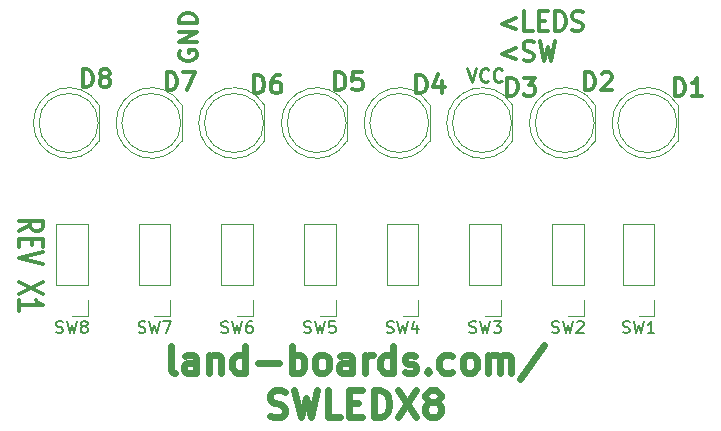
<source format=gbr>
G04 #@! TF.FileFunction,Legend,Top*
%FSLAX46Y46*%
G04 Gerber Fmt 4.6, Leading zero omitted, Abs format (unit mm)*
G04 Created by KiCad (PCBNEW (after 2015-mar-04 BZR unknown)-product) date 5/15/2017 1:40:31 PM*
%MOMM*%
G01*
G04 APERTURE LIST*
%ADD10C,0.150000*%
%ADD11C,0.285750*%
%ADD12C,0.304800*%
%ADD13C,0.571500*%
%ADD14C,0.120000*%
G04 APERTURE END LIST*
D10*
D11*
X49476000Y-17374071D02*
X49857000Y-18517071D01*
X50238000Y-17374071D01*
X51272143Y-18408214D02*
X51217714Y-18462643D01*
X51054428Y-18517071D01*
X50945571Y-18517071D01*
X50782286Y-18462643D01*
X50673428Y-18353786D01*
X50619000Y-18244929D01*
X50564571Y-18027214D01*
X50564571Y-17863929D01*
X50619000Y-17646214D01*
X50673428Y-17537357D01*
X50782286Y-17428500D01*
X50945571Y-17374071D01*
X51054428Y-17374071D01*
X51217714Y-17428500D01*
X51272143Y-17482929D01*
X52415143Y-18408214D02*
X52360714Y-18462643D01*
X52197428Y-18517071D01*
X52088571Y-18517071D01*
X51925286Y-18462643D01*
X51816428Y-18353786D01*
X51762000Y-18244929D01*
X51707571Y-18027214D01*
X51707571Y-17863929D01*
X51762000Y-17646214D01*
X51816428Y-17537357D01*
X51925286Y-17428500D01*
X52088571Y-17374071D01*
X52197428Y-17374071D01*
X52360714Y-17428500D01*
X52415143Y-17482929D01*
D12*
X53594000Y-15648214D02*
X52432857Y-16119929D01*
X53594000Y-16591643D01*
X54247143Y-16670262D02*
X54464857Y-16748881D01*
X54827714Y-16748881D01*
X54972857Y-16670262D01*
X55045428Y-16591643D01*
X55118000Y-16434405D01*
X55118000Y-16277167D01*
X55045428Y-16119929D01*
X54972857Y-16041310D01*
X54827714Y-15962690D01*
X54537428Y-15884071D01*
X54392286Y-15805452D01*
X54319714Y-15726833D01*
X54247143Y-15569595D01*
X54247143Y-15412357D01*
X54319714Y-15255119D01*
X54392286Y-15176500D01*
X54537428Y-15097881D01*
X54900286Y-15097881D01*
X55118000Y-15176500D01*
X55626000Y-15097881D02*
X55988857Y-16748881D01*
X56279143Y-15569595D01*
X56569429Y-16748881D01*
X56932286Y-15097881D01*
X53594000Y-13108214D02*
X52432857Y-13579929D01*
X53594000Y-14051643D01*
X55045428Y-14208881D02*
X54319714Y-14208881D01*
X54319714Y-12557881D01*
X55553428Y-13344071D02*
X56061428Y-13344071D01*
X56279142Y-14208881D02*
X55553428Y-14208881D01*
X55553428Y-12557881D01*
X56279142Y-12557881D01*
X56932285Y-14208881D02*
X56932285Y-12557881D01*
X57295142Y-12557881D01*
X57512857Y-12636500D01*
X57657999Y-12793738D01*
X57730571Y-12950976D01*
X57803142Y-13265452D01*
X57803142Y-13501310D01*
X57730571Y-13815786D01*
X57657999Y-13973024D01*
X57512857Y-14130262D01*
X57295142Y-14208881D01*
X56932285Y-14208881D01*
X58383714Y-14130262D02*
X58601428Y-14208881D01*
X58964285Y-14208881D01*
X59109428Y-14130262D01*
X59181999Y-14051643D01*
X59254571Y-13894405D01*
X59254571Y-13737167D01*
X59181999Y-13579929D01*
X59109428Y-13501310D01*
X58964285Y-13422690D01*
X58673999Y-13344071D01*
X58528857Y-13265452D01*
X58456285Y-13186833D01*
X58383714Y-13029595D01*
X58383714Y-12872357D01*
X58456285Y-12715119D01*
X58528857Y-12636500D01*
X58673999Y-12557881D01*
X59036857Y-12557881D01*
X59254571Y-12636500D01*
X25146000Y-15893142D02*
X25073429Y-16038285D01*
X25073429Y-16255999D01*
X25146000Y-16473714D01*
X25291143Y-16618856D01*
X25436286Y-16691428D01*
X25726571Y-16763999D01*
X25944286Y-16763999D01*
X26234571Y-16691428D01*
X26379714Y-16618856D01*
X26524857Y-16473714D01*
X26597429Y-16255999D01*
X26597429Y-16110856D01*
X26524857Y-15893142D01*
X26452286Y-15820571D01*
X25944286Y-15820571D01*
X25944286Y-16110856D01*
X26597429Y-15167428D02*
X25073429Y-15167428D01*
X26597429Y-14296571D01*
X25073429Y-14296571D01*
X26597429Y-13570857D02*
X25073429Y-13570857D01*
X25073429Y-13208000D01*
X25146000Y-12990285D01*
X25291143Y-12845143D01*
X25436286Y-12772571D01*
X25726571Y-12700000D01*
X25944286Y-12700000D01*
X26234571Y-12772571D01*
X26379714Y-12845143D01*
X26524857Y-12990285D01*
X26597429Y-13208000D01*
X26597429Y-13570857D01*
D13*
X24705570Y-43148193D02*
X24487856Y-43039336D01*
X24378999Y-42821621D01*
X24378999Y-40862193D01*
X26556142Y-43148193D02*
X26556142Y-41950764D01*
X26447285Y-41733050D01*
X26229571Y-41624193D01*
X25794142Y-41624193D01*
X25576428Y-41733050D01*
X26556142Y-43039336D02*
X26338428Y-43148193D01*
X25794142Y-43148193D01*
X25576428Y-43039336D01*
X25467571Y-42821621D01*
X25467571Y-42603907D01*
X25576428Y-42386193D01*
X25794142Y-42277336D01*
X26338428Y-42277336D01*
X26556142Y-42168479D01*
X27644714Y-41624193D02*
X27644714Y-43148193D01*
X27644714Y-41841907D02*
X27753571Y-41733050D01*
X27971285Y-41624193D01*
X28297857Y-41624193D01*
X28515571Y-41733050D01*
X28624428Y-41950764D01*
X28624428Y-43148193D01*
X30692714Y-43148193D02*
X30692714Y-40862193D01*
X30692714Y-43039336D02*
X30475000Y-43148193D01*
X30039571Y-43148193D01*
X29821857Y-43039336D01*
X29713000Y-42930479D01*
X29604143Y-42712764D01*
X29604143Y-42059621D01*
X29713000Y-41841907D01*
X29821857Y-41733050D01*
X30039571Y-41624193D01*
X30475000Y-41624193D01*
X30692714Y-41733050D01*
X31781286Y-42277336D02*
X33523000Y-42277336D01*
X34611572Y-43148193D02*
X34611572Y-40862193D01*
X34611572Y-41733050D02*
X34829286Y-41624193D01*
X35264715Y-41624193D01*
X35482429Y-41733050D01*
X35591286Y-41841907D01*
X35700143Y-42059621D01*
X35700143Y-42712764D01*
X35591286Y-42930479D01*
X35482429Y-43039336D01*
X35264715Y-43148193D01*
X34829286Y-43148193D01*
X34611572Y-43039336D01*
X37006429Y-43148193D02*
X36788715Y-43039336D01*
X36679858Y-42930479D01*
X36571001Y-42712764D01*
X36571001Y-42059621D01*
X36679858Y-41841907D01*
X36788715Y-41733050D01*
X37006429Y-41624193D01*
X37333001Y-41624193D01*
X37550715Y-41733050D01*
X37659572Y-41841907D01*
X37768429Y-42059621D01*
X37768429Y-42712764D01*
X37659572Y-42930479D01*
X37550715Y-43039336D01*
X37333001Y-43148193D01*
X37006429Y-43148193D01*
X39727858Y-43148193D02*
X39727858Y-41950764D01*
X39619001Y-41733050D01*
X39401287Y-41624193D01*
X38965858Y-41624193D01*
X38748144Y-41733050D01*
X39727858Y-43039336D02*
X39510144Y-43148193D01*
X38965858Y-43148193D01*
X38748144Y-43039336D01*
X38639287Y-42821621D01*
X38639287Y-42603907D01*
X38748144Y-42386193D01*
X38965858Y-42277336D01*
X39510144Y-42277336D01*
X39727858Y-42168479D01*
X40816430Y-43148193D02*
X40816430Y-41624193D01*
X40816430Y-42059621D02*
X40925287Y-41841907D01*
X41034144Y-41733050D01*
X41251858Y-41624193D01*
X41469573Y-41624193D01*
X43211287Y-43148193D02*
X43211287Y-40862193D01*
X43211287Y-43039336D02*
X42993573Y-43148193D01*
X42558144Y-43148193D01*
X42340430Y-43039336D01*
X42231573Y-42930479D01*
X42122716Y-42712764D01*
X42122716Y-42059621D01*
X42231573Y-41841907D01*
X42340430Y-41733050D01*
X42558144Y-41624193D01*
X42993573Y-41624193D01*
X43211287Y-41733050D01*
X44191002Y-43039336D02*
X44408716Y-43148193D01*
X44844144Y-43148193D01*
X45061859Y-43039336D01*
X45170716Y-42821621D01*
X45170716Y-42712764D01*
X45061859Y-42495050D01*
X44844144Y-42386193D01*
X44517573Y-42386193D01*
X44299859Y-42277336D01*
X44191002Y-42059621D01*
X44191002Y-41950764D01*
X44299859Y-41733050D01*
X44517573Y-41624193D01*
X44844144Y-41624193D01*
X45061859Y-41733050D01*
X46150430Y-42930479D02*
X46259287Y-43039336D01*
X46150430Y-43148193D01*
X46041573Y-43039336D01*
X46150430Y-42930479D01*
X46150430Y-43148193D01*
X48218715Y-43039336D02*
X48001001Y-43148193D01*
X47565572Y-43148193D01*
X47347858Y-43039336D01*
X47239001Y-42930479D01*
X47130144Y-42712764D01*
X47130144Y-42059621D01*
X47239001Y-41841907D01*
X47347858Y-41733050D01*
X47565572Y-41624193D01*
X48001001Y-41624193D01*
X48218715Y-41733050D01*
X49525001Y-43148193D02*
X49307287Y-43039336D01*
X49198430Y-42930479D01*
X49089573Y-42712764D01*
X49089573Y-42059621D01*
X49198430Y-41841907D01*
X49307287Y-41733050D01*
X49525001Y-41624193D01*
X49851573Y-41624193D01*
X50069287Y-41733050D01*
X50178144Y-41841907D01*
X50287001Y-42059621D01*
X50287001Y-42712764D01*
X50178144Y-42930479D01*
X50069287Y-43039336D01*
X49851573Y-43148193D01*
X49525001Y-43148193D01*
X51266716Y-43148193D02*
X51266716Y-41624193D01*
X51266716Y-41841907D02*
X51375573Y-41733050D01*
X51593287Y-41624193D01*
X51919859Y-41624193D01*
X52137573Y-41733050D01*
X52246430Y-41950764D01*
X52246430Y-43148193D01*
X52246430Y-41950764D02*
X52355287Y-41733050D01*
X52573001Y-41624193D01*
X52899573Y-41624193D01*
X53117287Y-41733050D01*
X53226144Y-41950764D01*
X53226144Y-43148193D01*
X55947573Y-40753336D02*
X53988144Y-43692479D01*
X32761001Y-46811236D02*
X33087572Y-46920093D01*
X33631858Y-46920093D01*
X33849572Y-46811236D01*
X33958429Y-46702379D01*
X34067286Y-46484664D01*
X34067286Y-46266950D01*
X33958429Y-46049236D01*
X33849572Y-45940379D01*
X33631858Y-45831521D01*
X33196429Y-45722664D01*
X32978715Y-45613807D01*
X32869858Y-45504950D01*
X32761001Y-45287236D01*
X32761001Y-45069521D01*
X32869858Y-44851807D01*
X32978715Y-44742950D01*
X33196429Y-44634093D01*
X33740715Y-44634093D01*
X34067286Y-44742950D01*
X34829286Y-44634093D02*
X35373572Y-46920093D01*
X35809001Y-45287236D01*
X36244429Y-46920093D01*
X36788715Y-44634093D01*
X38748143Y-46920093D02*
X37659572Y-46920093D01*
X37659572Y-44634093D01*
X39510143Y-45722664D02*
X40272143Y-45722664D01*
X40598714Y-46920093D02*
X39510143Y-46920093D01*
X39510143Y-44634093D01*
X40598714Y-44634093D01*
X41578429Y-46920093D02*
X41578429Y-44634093D01*
X42122714Y-44634093D01*
X42449286Y-44742950D01*
X42667000Y-44960664D01*
X42775857Y-45178379D01*
X42884714Y-45613807D01*
X42884714Y-45940379D01*
X42775857Y-46375807D01*
X42667000Y-46593521D01*
X42449286Y-46811236D01*
X42122714Y-46920093D01*
X41578429Y-46920093D01*
X43646714Y-44634093D02*
X45170714Y-46920093D01*
X45170714Y-44634093D02*
X43646714Y-46920093D01*
X46368143Y-45613807D02*
X46150429Y-45504950D01*
X46041572Y-45396093D01*
X45932715Y-45178379D01*
X45932715Y-45069521D01*
X46041572Y-44851807D01*
X46150429Y-44742950D01*
X46368143Y-44634093D01*
X46803572Y-44634093D01*
X47021286Y-44742950D01*
X47130143Y-44851807D01*
X47239000Y-45069521D01*
X47239000Y-45178379D01*
X47130143Y-45396093D01*
X47021286Y-45504950D01*
X46803572Y-45613807D01*
X46368143Y-45613807D01*
X46150429Y-45722664D01*
X46041572Y-45831521D01*
X45932715Y-46049236D01*
X45932715Y-46484664D01*
X46041572Y-46702379D01*
X46150429Y-46811236D01*
X46368143Y-46920093D01*
X46803572Y-46920093D01*
X47021286Y-46811236D01*
X47130143Y-46702379D01*
X47239000Y-46484664D01*
X47239000Y-46049236D01*
X47130143Y-45831521D01*
X47021286Y-45722664D01*
X46803572Y-45613807D01*
D12*
X11526762Y-31133142D02*
X12494381Y-30625142D01*
X11526762Y-30262285D02*
X13558762Y-30262285D01*
X13558762Y-30842857D01*
X13462000Y-30987999D01*
X13365238Y-31060571D01*
X13171714Y-31133142D01*
X12881429Y-31133142D01*
X12687905Y-31060571D01*
X12591143Y-30987999D01*
X12494381Y-30842857D01*
X12494381Y-30262285D01*
X12591143Y-31786285D02*
X12591143Y-32294285D01*
X11526762Y-32511999D02*
X11526762Y-31786285D01*
X13558762Y-31786285D01*
X13558762Y-32511999D01*
X13558762Y-32947428D02*
X11526762Y-33455428D01*
X13558762Y-33963428D01*
X13558762Y-35487428D02*
X11526762Y-36503428D01*
X13558762Y-36503428D02*
X11526762Y-35487428D01*
X11526762Y-37882286D02*
X11526762Y-37011429D01*
X11526762Y-37446857D02*
X13558762Y-37446857D01*
X13268476Y-37301714D01*
X13074952Y-37156572D01*
X12978190Y-37011429D01*
D14*
X61740000Y-21999538D02*
G75*
G03X67290000Y-23544830I2990000J-462D01*
G01*
X61740000Y-22000462D02*
G75*
G02X67290000Y-20455170I2990000J462D01*
G01*
X67230000Y-22000000D02*
G75*
G03X67230000Y-22000000I-2500000J0D01*
G01*
X67290000Y-23545000D02*
X67290000Y-20455000D01*
X54740000Y-21999538D02*
G75*
G03X60290000Y-23544830I2990000J-462D01*
G01*
X54740000Y-22000462D02*
G75*
G02X60290000Y-20455170I2990000J462D01*
G01*
X60230000Y-22000000D02*
G75*
G03X60230000Y-22000000I-2500000J0D01*
G01*
X60290000Y-23545000D02*
X60290000Y-20455000D01*
X47740000Y-21999538D02*
G75*
G03X53290000Y-23544830I2990000J-462D01*
G01*
X47740000Y-22000462D02*
G75*
G02X53290000Y-20455170I2990000J462D01*
G01*
X53230000Y-22000000D02*
G75*
G03X53230000Y-22000000I-2500000J0D01*
G01*
X53290000Y-23545000D02*
X53290000Y-20455000D01*
X40740000Y-21999538D02*
G75*
G03X46290000Y-23544830I2990000J-462D01*
G01*
X40740000Y-22000462D02*
G75*
G02X46290000Y-20455170I2990000J462D01*
G01*
X46230000Y-22000000D02*
G75*
G03X46230000Y-22000000I-2500000J0D01*
G01*
X46290000Y-23545000D02*
X46290000Y-20455000D01*
X33740000Y-21999538D02*
G75*
G03X39290000Y-23544830I2990000J-462D01*
G01*
X33740000Y-22000462D02*
G75*
G02X39290000Y-20455170I2990000J462D01*
G01*
X39230000Y-22000000D02*
G75*
G03X39230000Y-22000000I-2500000J0D01*
G01*
X39290000Y-23545000D02*
X39290000Y-20455000D01*
X26740000Y-21999538D02*
G75*
G03X32290000Y-23544830I2990000J-462D01*
G01*
X26740000Y-22000462D02*
G75*
G02X32290000Y-20455170I2990000J462D01*
G01*
X32230000Y-22000000D02*
G75*
G03X32230000Y-22000000I-2500000J0D01*
G01*
X32290000Y-23545000D02*
X32290000Y-20455000D01*
X19740000Y-21999538D02*
G75*
G03X25290000Y-23544830I2990000J-462D01*
G01*
X19740000Y-22000462D02*
G75*
G02X25290000Y-20455170I2990000J462D01*
G01*
X25230000Y-22000000D02*
G75*
G03X25230000Y-22000000I-2500000J0D01*
G01*
X25290000Y-23545000D02*
X25290000Y-20455000D01*
X12740000Y-21999538D02*
G75*
G03X18290000Y-23544830I2990000J-462D01*
G01*
X12740000Y-22000462D02*
G75*
G02X18290000Y-20455170I2990000J462D01*
G01*
X18230000Y-22000000D02*
G75*
G03X18230000Y-22000000I-2500000J0D01*
G01*
X18290000Y-23545000D02*
X18290000Y-20455000D01*
X65330000Y-35730000D02*
X65330000Y-30590000D01*
X65330000Y-30590000D02*
X62670000Y-30590000D01*
X62670000Y-30590000D02*
X62670000Y-35730000D01*
X62670000Y-35730000D02*
X65330000Y-35730000D01*
X65330000Y-37000000D02*
X65330000Y-38330000D01*
X65330000Y-38330000D02*
X64000000Y-38330000D01*
X59330000Y-35730000D02*
X59330000Y-30590000D01*
X59330000Y-30590000D02*
X56670000Y-30590000D01*
X56670000Y-30590000D02*
X56670000Y-35730000D01*
X56670000Y-35730000D02*
X59330000Y-35730000D01*
X59330000Y-37000000D02*
X59330000Y-38330000D01*
X59330000Y-38330000D02*
X58000000Y-38330000D01*
X52330000Y-35730000D02*
X52330000Y-30590000D01*
X52330000Y-30590000D02*
X49670000Y-30590000D01*
X49670000Y-30590000D02*
X49670000Y-35730000D01*
X49670000Y-35730000D02*
X52330000Y-35730000D01*
X52330000Y-37000000D02*
X52330000Y-38330000D01*
X52330000Y-38330000D02*
X51000000Y-38330000D01*
X45330000Y-35730000D02*
X45330000Y-30590000D01*
X45330000Y-30590000D02*
X42670000Y-30590000D01*
X42670000Y-30590000D02*
X42670000Y-35730000D01*
X42670000Y-35730000D02*
X45330000Y-35730000D01*
X45330000Y-37000000D02*
X45330000Y-38330000D01*
X45330000Y-38330000D02*
X44000000Y-38330000D01*
X38330000Y-35730000D02*
X38330000Y-30590000D01*
X38330000Y-30590000D02*
X35670000Y-30590000D01*
X35670000Y-30590000D02*
X35670000Y-35730000D01*
X35670000Y-35730000D02*
X38330000Y-35730000D01*
X38330000Y-37000000D02*
X38330000Y-38330000D01*
X38330000Y-38330000D02*
X37000000Y-38330000D01*
X31330000Y-35730000D02*
X31330000Y-30590000D01*
X31330000Y-30590000D02*
X28670000Y-30590000D01*
X28670000Y-30590000D02*
X28670000Y-35730000D01*
X28670000Y-35730000D02*
X31330000Y-35730000D01*
X31330000Y-37000000D02*
X31330000Y-38330000D01*
X31330000Y-38330000D02*
X30000000Y-38330000D01*
X24330000Y-35730000D02*
X24330000Y-30590000D01*
X24330000Y-30590000D02*
X21670000Y-30590000D01*
X21670000Y-30590000D02*
X21670000Y-35730000D01*
X21670000Y-35730000D02*
X24330000Y-35730000D01*
X24330000Y-37000000D02*
X24330000Y-38330000D01*
X24330000Y-38330000D02*
X23000000Y-38330000D01*
X17330000Y-35730000D02*
X17330000Y-30590000D01*
X17330000Y-30590000D02*
X14670000Y-30590000D01*
X14670000Y-30590000D02*
X14670000Y-35730000D01*
X14670000Y-35730000D02*
X17330000Y-35730000D01*
X17330000Y-37000000D02*
X17330000Y-38330000D01*
X17330000Y-38330000D02*
X16000000Y-38330000D01*
D12*
X67059143Y-19739429D02*
X67059143Y-18215429D01*
X67422000Y-18215429D01*
X67639715Y-18288000D01*
X67784857Y-18433143D01*
X67857429Y-18578286D01*
X67930000Y-18868571D01*
X67930000Y-19086286D01*
X67857429Y-19376571D01*
X67784857Y-19521714D01*
X67639715Y-19666857D01*
X67422000Y-19739429D01*
X67059143Y-19739429D01*
X69381429Y-19739429D02*
X68510572Y-19739429D01*
X68946000Y-19739429D02*
X68946000Y-18215429D01*
X68800857Y-18433143D01*
X68655715Y-18578286D01*
X68510572Y-18650857D01*
X59423143Y-19231429D02*
X59423143Y-17707429D01*
X59786000Y-17707429D01*
X60003715Y-17780000D01*
X60148857Y-17925143D01*
X60221429Y-18070286D01*
X60294000Y-18360571D01*
X60294000Y-18578286D01*
X60221429Y-18868571D01*
X60148857Y-19013714D01*
X60003715Y-19158857D01*
X59786000Y-19231429D01*
X59423143Y-19231429D01*
X60874572Y-17852571D02*
X60947143Y-17780000D01*
X61092286Y-17707429D01*
X61455143Y-17707429D01*
X61600286Y-17780000D01*
X61672857Y-17852571D01*
X61745429Y-17997714D01*
X61745429Y-18142857D01*
X61672857Y-18360571D01*
X60802000Y-19231429D01*
X61745429Y-19231429D01*
X52875143Y-19689429D02*
X52875143Y-18165429D01*
X53238000Y-18165429D01*
X53455715Y-18238000D01*
X53600857Y-18383143D01*
X53673429Y-18528286D01*
X53746000Y-18818571D01*
X53746000Y-19036286D01*
X53673429Y-19326571D01*
X53600857Y-19471714D01*
X53455715Y-19616857D01*
X53238000Y-19689429D01*
X52875143Y-19689429D01*
X54254000Y-18165429D02*
X55197429Y-18165429D01*
X54689429Y-18746000D01*
X54907143Y-18746000D01*
X55052286Y-18818571D01*
X55124857Y-18891143D01*
X55197429Y-19036286D01*
X55197429Y-19399143D01*
X55124857Y-19544286D01*
X55052286Y-19616857D01*
X54907143Y-19689429D01*
X54471715Y-19689429D01*
X54326572Y-19616857D01*
X54254000Y-19544286D01*
X45167143Y-19485429D02*
X45167143Y-17961429D01*
X45530000Y-17961429D01*
X45747715Y-18034000D01*
X45892857Y-18179143D01*
X45965429Y-18324286D01*
X46038000Y-18614571D01*
X46038000Y-18832286D01*
X45965429Y-19122571D01*
X45892857Y-19267714D01*
X45747715Y-19412857D01*
X45530000Y-19485429D01*
X45167143Y-19485429D01*
X47344286Y-18469429D02*
X47344286Y-19485429D01*
X46981429Y-17888857D02*
X46618572Y-18977429D01*
X47562000Y-18977429D01*
X38293143Y-19231429D02*
X38293143Y-17707429D01*
X38656000Y-17707429D01*
X38873715Y-17780000D01*
X39018857Y-17925143D01*
X39091429Y-18070286D01*
X39164000Y-18360571D01*
X39164000Y-18578286D01*
X39091429Y-18868571D01*
X39018857Y-19013714D01*
X38873715Y-19158857D01*
X38656000Y-19231429D01*
X38293143Y-19231429D01*
X40542857Y-17707429D02*
X39817143Y-17707429D01*
X39744572Y-18433143D01*
X39817143Y-18360571D01*
X39962286Y-18288000D01*
X40325143Y-18288000D01*
X40470286Y-18360571D01*
X40542857Y-18433143D01*
X40615429Y-18578286D01*
X40615429Y-18941143D01*
X40542857Y-19086286D01*
X40470286Y-19158857D01*
X40325143Y-19231429D01*
X39962286Y-19231429D01*
X39817143Y-19158857D01*
X39744572Y-19086286D01*
X31419143Y-19485429D02*
X31419143Y-17961429D01*
X31782000Y-17961429D01*
X31999715Y-18034000D01*
X32144857Y-18179143D01*
X32217429Y-18324286D01*
X32290000Y-18614571D01*
X32290000Y-18832286D01*
X32217429Y-19122571D01*
X32144857Y-19267714D01*
X31999715Y-19412857D01*
X31782000Y-19485429D01*
X31419143Y-19485429D01*
X33596286Y-17961429D02*
X33306000Y-17961429D01*
X33160857Y-18034000D01*
X33088286Y-18106571D01*
X32943143Y-18324286D01*
X32870572Y-18614571D01*
X32870572Y-19195143D01*
X32943143Y-19340286D01*
X33015715Y-19412857D01*
X33160857Y-19485429D01*
X33451143Y-19485429D01*
X33596286Y-19412857D01*
X33668857Y-19340286D01*
X33741429Y-19195143D01*
X33741429Y-18832286D01*
X33668857Y-18687143D01*
X33596286Y-18614571D01*
X33451143Y-18542000D01*
X33160857Y-18542000D01*
X33015715Y-18614571D01*
X32943143Y-18687143D01*
X32870572Y-18832286D01*
X24037143Y-19231429D02*
X24037143Y-17707429D01*
X24400000Y-17707429D01*
X24617715Y-17780000D01*
X24762857Y-17925143D01*
X24835429Y-18070286D01*
X24908000Y-18360571D01*
X24908000Y-18578286D01*
X24835429Y-18868571D01*
X24762857Y-19013714D01*
X24617715Y-19158857D01*
X24400000Y-19231429D01*
X24037143Y-19231429D01*
X25416000Y-17707429D02*
X26432000Y-17707429D01*
X25778857Y-19231429D01*
X16909143Y-18977429D02*
X16909143Y-17453429D01*
X17272000Y-17453429D01*
X17489715Y-17526000D01*
X17634857Y-17671143D01*
X17707429Y-17816286D01*
X17780000Y-18106571D01*
X17780000Y-18324286D01*
X17707429Y-18614571D01*
X17634857Y-18759714D01*
X17489715Y-18904857D01*
X17272000Y-18977429D01*
X16909143Y-18977429D01*
X18650857Y-18106571D02*
X18505715Y-18034000D01*
X18433143Y-17961429D01*
X18360572Y-17816286D01*
X18360572Y-17743714D01*
X18433143Y-17598571D01*
X18505715Y-17526000D01*
X18650857Y-17453429D01*
X18941143Y-17453429D01*
X19086286Y-17526000D01*
X19158857Y-17598571D01*
X19231429Y-17743714D01*
X19231429Y-17816286D01*
X19158857Y-17961429D01*
X19086286Y-18034000D01*
X18941143Y-18106571D01*
X18650857Y-18106571D01*
X18505715Y-18179143D01*
X18433143Y-18251714D01*
X18360572Y-18396857D01*
X18360572Y-18687143D01*
X18433143Y-18832286D01*
X18505715Y-18904857D01*
X18650857Y-18977429D01*
X18941143Y-18977429D01*
X19086286Y-18904857D01*
X19158857Y-18832286D01*
X19231429Y-18687143D01*
X19231429Y-18396857D01*
X19158857Y-18251714D01*
X19086286Y-18179143D01*
X18941143Y-18106571D01*
D10*
X62666667Y-39734762D02*
X62809524Y-39782381D01*
X63047620Y-39782381D01*
X63142858Y-39734762D01*
X63190477Y-39687143D01*
X63238096Y-39591905D01*
X63238096Y-39496667D01*
X63190477Y-39401429D01*
X63142858Y-39353810D01*
X63047620Y-39306190D01*
X62857143Y-39258571D01*
X62761905Y-39210952D01*
X62714286Y-39163333D01*
X62666667Y-39068095D01*
X62666667Y-38972857D01*
X62714286Y-38877619D01*
X62761905Y-38830000D01*
X62857143Y-38782381D01*
X63095239Y-38782381D01*
X63238096Y-38830000D01*
X63571429Y-38782381D02*
X63809524Y-39782381D01*
X64000001Y-39068095D01*
X64190477Y-39782381D01*
X64428572Y-38782381D01*
X65333334Y-39782381D02*
X64761905Y-39782381D01*
X65047619Y-39782381D02*
X65047619Y-38782381D01*
X64952381Y-38925238D01*
X64857143Y-39020476D01*
X64761905Y-39068095D01*
X56666667Y-39734762D02*
X56809524Y-39782381D01*
X57047620Y-39782381D01*
X57142858Y-39734762D01*
X57190477Y-39687143D01*
X57238096Y-39591905D01*
X57238096Y-39496667D01*
X57190477Y-39401429D01*
X57142858Y-39353810D01*
X57047620Y-39306190D01*
X56857143Y-39258571D01*
X56761905Y-39210952D01*
X56714286Y-39163333D01*
X56666667Y-39068095D01*
X56666667Y-38972857D01*
X56714286Y-38877619D01*
X56761905Y-38830000D01*
X56857143Y-38782381D01*
X57095239Y-38782381D01*
X57238096Y-38830000D01*
X57571429Y-38782381D02*
X57809524Y-39782381D01*
X58000001Y-39068095D01*
X58190477Y-39782381D01*
X58428572Y-38782381D01*
X58761905Y-38877619D02*
X58809524Y-38830000D01*
X58904762Y-38782381D01*
X59142858Y-38782381D01*
X59238096Y-38830000D01*
X59285715Y-38877619D01*
X59333334Y-38972857D01*
X59333334Y-39068095D01*
X59285715Y-39210952D01*
X58714286Y-39782381D01*
X59333334Y-39782381D01*
X49666667Y-39734762D02*
X49809524Y-39782381D01*
X50047620Y-39782381D01*
X50142858Y-39734762D01*
X50190477Y-39687143D01*
X50238096Y-39591905D01*
X50238096Y-39496667D01*
X50190477Y-39401429D01*
X50142858Y-39353810D01*
X50047620Y-39306190D01*
X49857143Y-39258571D01*
X49761905Y-39210952D01*
X49714286Y-39163333D01*
X49666667Y-39068095D01*
X49666667Y-38972857D01*
X49714286Y-38877619D01*
X49761905Y-38830000D01*
X49857143Y-38782381D01*
X50095239Y-38782381D01*
X50238096Y-38830000D01*
X50571429Y-38782381D02*
X50809524Y-39782381D01*
X51000001Y-39068095D01*
X51190477Y-39782381D01*
X51428572Y-38782381D01*
X51714286Y-38782381D02*
X52333334Y-38782381D01*
X52000000Y-39163333D01*
X52142858Y-39163333D01*
X52238096Y-39210952D01*
X52285715Y-39258571D01*
X52333334Y-39353810D01*
X52333334Y-39591905D01*
X52285715Y-39687143D01*
X52238096Y-39734762D01*
X52142858Y-39782381D01*
X51857143Y-39782381D01*
X51761905Y-39734762D01*
X51714286Y-39687143D01*
X42666667Y-39734762D02*
X42809524Y-39782381D01*
X43047620Y-39782381D01*
X43142858Y-39734762D01*
X43190477Y-39687143D01*
X43238096Y-39591905D01*
X43238096Y-39496667D01*
X43190477Y-39401429D01*
X43142858Y-39353810D01*
X43047620Y-39306190D01*
X42857143Y-39258571D01*
X42761905Y-39210952D01*
X42714286Y-39163333D01*
X42666667Y-39068095D01*
X42666667Y-38972857D01*
X42714286Y-38877619D01*
X42761905Y-38830000D01*
X42857143Y-38782381D01*
X43095239Y-38782381D01*
X43238096Y-38830000D01*
X43571429Y-38782381D02*
X43809524Y-39782381D01*
X44000001Y-39068095D01*
X44190477Y-39782381D01*
X44428572Y-38782381D01*
X45238096Y-39115714D02*
X45238096Y-39782381D01*
X45000000Y-38734762D02*
X44761905Y-39449048D01*
X45380953Y-39449048D01*
X35666667Y-39734762D02*
X35809524Y-39782381D01*
X36047620Y-39782381D01*
X36142858Y-39734762D01*
X36190477Y-39687143D01*
X36238096Y-39591905D01*
X36238096Y-39496667D01*
X36190477Y-39401429D01*
X36142858Y-39353810D01*
X36047620Y-39306190D01*
X35857143Y-39258571D01*
X35761905Y-39210952D01*
X35714286Y-39163333D01*
X35666667Y-39068095D01*
X35666667Y-38972857D01*
X35714286Y-38877619D01*
X35761905Y-38830000D01*
X35857143Y-38782381D01*
X36095239Y-38782381D01*
X36238096Y-38830000D01*
X36571429Y-38782381D02*
X36809524Y-39782381D01*
X37000001Y-39068095D01*
X37190477Y-39782381D01*
X37428572Y-38782381D01*
X38285715Y-38782381D02*
X37809524Y-38782381D01*
X37761905Y-39258571D01*
X37809524Y-39210952D01*
X37904762Y-39163333D01*
X38142858Y-39163333D01*
X38238096Y-39210952D01*
X38285715Y-39258571D01*
X38333334Y-39353810D01*
X38333334Y-39591905D01*
X38285715Y-39687143D01*
X38238096Y-39734762D01*
X38142858Y-39782381D01*
X37904762Y-39782381D01*
X37809524Y-39734762D01*
X37761905Y-39687143D01*
X28666667Y-39734762D02*
X28809524Y-39782381D01*
X29047620Y-39782381D01*
X29142858Y-39734762D01*
X29190477Y-39687143D01*
X29238096Y-39591905D01*
X29238096Y-39496667D01*
X29190477Y-39401429D01*
X29142858Y-39353810D01*
X29047620Y-39306190D01*
X28857143Y-39258571D01*
X28761905Y-39210952D01*
X28714286Y-39163333D01*
X28666667Y-39068095D01*
X28666667Y-38972857D01*
X28714286Y-38877619D01*
X28761905Y-38830000D01*
X28857143Y-38782381D01*
X29095239Y-38782381D01*
X29238096Y-38830000D01*
X29571429Y-38782381D02*
X29809524Y-39782381D01*
X30000001Y-39068095D01*
X30190477Y-39782381D01*
X30428572Y-38782381D01*
X31238096Y-38782381D02*
X31047619Y-38782381D01*
X30952381Y-38830000D01*
X30904762Y-38877619D01*
X30809524Y-39020476D01*
X30761905Y-39210952D01*
X30761905Y-39591905D01*
X30809524Y-39687143D01*
X30857143Y-39734762D01*
X30952381Y-39782381D01*
X31142858Y-39782381D01*
X31238096Y-39734762D01*
X31285715Y-39687143D01*
X31333334Y-39591905D01*
X31333334Y-39353810D01*
X31285715Y-39258571D01*
X31238096Y-39210952D01*
X31142858Y-39163333D01*
X30952381Y-39163333D01*
X30857143Y-39210952D01*
X30809524Y-39258571D01*
X30761905Y-39353810D01*
X21666667Y-39734762D02*
X21809524Y-39782381D01*
X22047620Y-39782381D01*
X22142858Y-39734762D01*
X22190477Y-39687143D01*
X22238096Y-39591905D01*
X22238096Y-39496667D01*
X22190477Y-39401429D01*
X22142858Y-39353810D01*
X22047620Y-39306190D01*
X21857143Y-39258571D01*
X21761905Y-39210952D01*
X21714286Y-39163333D01*
X21666667Y-39068095D01*
X21666667Y-38972857D01*
X21714286Y-38877619D01*
X21761905Y-38830000D01*
X21857143Y-38782381D01*
X22095239Y-38782381D01*
X22238096Y-38830000D01*
X22571429Y-38782381D02*
X22809524Y-39782381D01*
X23000001Y-39068095D01*
X23190477Y-39782381D01*
X23428572Y-38782381D01*
X23714286Y-38782381D02*
X24380953Y-38782381D01*
X23952381Y-39782381D01*
X14666667Y-39734762D02*
X14809524Y-39782381D01*
X15047620Y-39782381D01*
X15142858Y-39734762D01*
X15190477Y-39687143D01*
X15238096Y-39591905D01*
X15238096Y-39496667D01*
X15190477Y-39401429D01*
X15142858Y-39353810D01*
X15047620Y-39306190D01*
X14857143Y-39258571D01*
X14761905Y-39210952D01*
X14714286Y-39163333D01*
X14666667Y-39068095D01*
X14666667Y-38972857D01*
X14714286Y-38877619D01*
X14761905Y-38830000D01*
X14857143Y-38782381D01*
X15095239Y-38782381D01*
X15238096Y-38830000D01*
X15571429Y-38782381D02*
X15809524Y-39782381D01*
X16000001Y-39068095D01*
X16190477Y-39782381D01*
X16428572Y-38782381D01*
X16952381Y-39210952D02*
X16857143Y-39163333D01*
X16809524Y-39115714D01*
X16761905Y-39020476D01*
X16761905Y-38972857D01*
X16809524Y-38877619D01*
X16857143Y-38830000D01*
X16952381Y-38782381D01*
X17142858Y-38782381D01*
X17238096Y-38830000D01*
X17285715Y-38877619D01*
X17333334Y-38972857D01*
X17333334Y-39020476D01*
X17285715Y-39115714D01*
X17238096Y-39163333D01*
X17142858Y-39210952D01*
X16952381Y-39210952D01*
X16857143Y-39258571D01*
X16809524Y-39306190D01*
X16761905Y-39401429D01*
X16761905Y-39591905D01*
X16809524Y-39687143D01*
X16857143Y-39734762D01*
X16952381Y-39782381D01*
X17142858Y-39782381D01*
X17238096Y-39734762D01*
X17285715Y-39687143D01*
X17333334Y-39591905D01*
X17333334Y-39401429D01*
X17285715Y-39306190D01*
X17238096Y-39258571D01*
X17142858Y-39210952D01*
M02*

</source>
